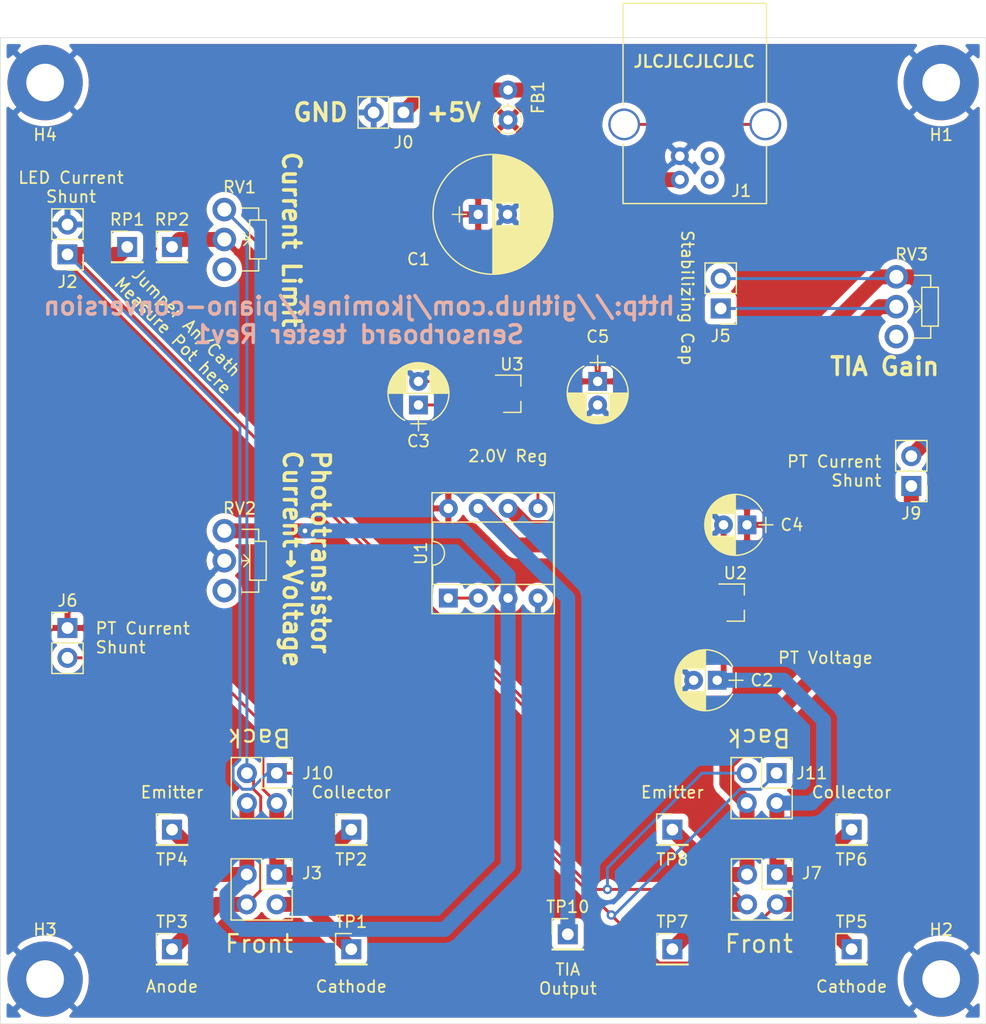
<source format=kicad_pcb>
(kicad_pcb (version 20171130) (host pcbnew "(5.1.7)-1")
  (layers (0 F.Cu signal) (31 B.Cu signal) (34 B.Paste user) (35 F.Paste user) (36 B.SilkS user) (37 F.SilkS user) (38 B.Mask user) (39 F.Mask user) (44 Edge.Cuts user))
  (net 0 "")
  (net 1 GND)
  (net 2 +5V)
  (net 3 /Anode)
  (net 4 /Cathode)
  (net 5 "Net-(FB1-Pad2)")
  (net 6 "Net-(J1-Pad5)")
  (net 7 /Simple/Collector)
  (net 8 /Transimpedance/OP_OUT)
  (net 9 /Transimpedance/OP-)
  (net 10 /Transimpedance/OP+)
  (net 11 /Transimpedance/Emitter)
  (net 12 /Simple/OP+)
  (net 13 /Simple/OP-)
  (net 14 +3V3)
  (module Pin_Headers:Pin_Header_Straight_2x02_Pitch2.54mm (layer F.Cu) (at 113 109.5 270)
    (fp_text reference J11 (at 0 -3 180) (layer F.SilkS))
    (fp_text value Sensor)
    (pad 4 thru_hole oval (at 2.54 2.54 270) (size 1.7 1.7) (drill 1) (layers *.Cu *.Mask) (net 11 /Transimpedance/Emitter))
    (pad 3 thru_hole oval (at 0 2.54 270) (size 1.7 1.7) (drill 1) (layers *.Cu *.Mask) (net 3 /Anode))
    (pad 2 thru_hole oval (at 2.54 0 270) (size 1.7 1.7) (drill 1) (layers *.Cu *.Mask) (net 14 +3V3))
    (pad 1 thru_hole rect (at 0 0 270) (size 1.7 1.7) (drill 1) (layers *.Cu *.Mask) (net 4 /Cathode))
  )
  (module Potentiometers:Potentiometer_WirePads_Small (layer F.Cu) (at 66.04 88.9)
    (fp_text reference RV2 (at 1.3 -1.9) (layer F.SilkS))
    (fp_text value R_POT)
    (pad 1 thru_hole circle (at 0 0) (size 2 2) (drill 1.2) (layers *.Cu *.Mask) (net 12 /Simple/OP+))
    (pad 3 thru_hole circle (at 0 5.08) (size 2 2) (drill 1.2) (layers *.Cu *.Mask))
    (pad 2 thru_hole circle (at 0 2.54) (size 2 2) (drill 1.2) (layers *.Cu *.Mask) (net 1 GND))
  )
  (module Potentiometers:Potentiometer_WirePads_Small (layer F.Cu) (at 123.19 67.31)
    (fp_text reference RV3 (at 1.3 -1.9) (layer F.SilkS))
    (fp_text value R_POT)
    (pad 1 thru_hole circle (at 0 0) (size 2 2) (drill 1.2) (layers *.Cu *.Mask) (net 9 /Transimpedance/OP-))
    (pad 3 thru_hole circle (at 0 5.08) (size 2 2) (drill 1.2) (layers *.Cu *.Mask))
    (pad 2 thru_hole circle (at 0 2.54) (size 2 2) (drill 1.2) (layers *.Cu *.Mask) (net 8 /Transimpedance/OP_OUT))
  )
  (module Pin_Headers:Pin_Header_Straight_1x01_Pitch2.54mm (layer F.Cu) (at 76.835 124.46)
    (fp_text reference TP1 (at 0 -2.33) (layer F.SilkS))
    (fp_text value TestPoint_Probe)
    (pad 1 thru_hole rect (at 0 0) (size 1.7 1.7) (drill 1) (layers *.Cu *.Mask) (net 4 /Cathode))
  )
  (module Pin_Headers:Pin_Header_Straight_1x01_Pitch2.54mm (layer F.Cu) (at 76.835 114.3)
    (fp_text reference TP2 (at 0 2.54) (layer F.SilkS))
    (fp_text value TestPoint_Probe)
    (pad 1 thru_hole rect (at 0 0) (size 1.7 1.7) (drill 1) (layers *.Cu *.Mask) (net 7 /Simple/Collector))
  )
  (module Pin_Headers:Pin_Header_Straight_1x02_Pitch2.54mm (layer F.Cu) (at 52.705 97.155)
    (fp_text reference J6 (at 0 -2.33) (layer F.SilkS))
    (fp_text value PTCurrentShunt)
    (pad 1 thru_hole rect (at 0 0) (size 1.7 1.7) (drill 1) (layers *.Cu *.Mask) (net 2 +5V))
    (pad 2 thru_hole oval (at 0 2.54) (size 1.7 1.7) (drill 1) (layers *.Cu *.Mask) (net 7 /Simple/Collector))
  )
  (module Pin_Headers:Pin_Header_Straight_1x01_Pitch2.54mm (layer F.Cu) (at 61.595 124.46)
    (fp_text reference TP3 (at 0 -2.33) (layer F.SilkS))
    (fp_text value TestPoint_Probe)
    (pad 1 thru_hole rect (at 0 0) (size 1.7 1.7) (drill 1) (layers *.Cu *.Mask) (net 3 /Anode))
  )
  (module Pin_Headers:Pin_Header_Straight_1x01_Pitch2.54mm (layer F.Cu) (at 61.595 114.3)
    (fp_text reference TP4 (at 0 2.54) (layer F.SilkS))
    (fp_text value TestPoint_Probe)
    (pad 1 thru_hole rect (at 0 0) (size 1.7 1.7) (drill 1) (layers *.Cu *.Mask) (net 12 /Simple/OP+))
  )
  (module Housings_DIP:DIP-8_W7.62mm_Socket (layer F.Cu) (at 85.09 94.615 90)
    (fp_text reference U1 (at 3.81 -2.33 90) (layer F.SilkS))
    (fp_text value Opamp_Dual_Generic)
    (pad 8 thru_hole oval (at 7.62 0 90) (size 1.6 1.6) (drill 0.8) (layers *.Cu *.Mask) (net 2 +5V))
    (pad 4 thru_hole oval (at 0 7.62 90) (size 1.6 1.6) (drill 0.8) (layers *.Cu *.Mask) (net 1 GND))
    (pad 7 thru_hole oval (at 7.62 2.54 90) (size 1.6 1.6) (drill 0.8) (layers *.Cu *.Mask) (net 8 /Transimpedance/OP_OUT))
    (pad 3 thru_hole oval (at 0 5.08 90) (size 1.6 1.6) (drill 0.8) (layers *.Cu *.Mask) (net 12 /Simple/OP+))
    (pad 6 thru_hole oval (at 7.62 5.08 90) (size 1.6 1.6) (drill 0.8) (layers *.Cu *.Mask) (net 9 /Transimpedance/OP-))
    (pad 2 thru_hole oval (at 0 2.54 90) (size 1.6 1.6) (drill 0.8) (layers *.Cu *.Mask) (net 13 /Simple/OP-))
    (pad 5 thru_hole oval (at 7.62 7.62 90) (size 1.6 1.6) (drill 0.8) (layers *.Cu *.Mask) (net 10 /Transimpedance/OP+))
    (pad 1 thru_hole rect (at 0 0 90) (size 1.6 1.6) (drill 0.8) (layers *.Cu *.Mask) (net 13 /Simple/OP-))
  )
  (module Inductors_THT:L_Axial_L5.3mm_D2.2mm_P2.54mm_Vertical_Vishay_IM-1 (layer F.Cu) (at 90.17 53.975 90)
    (fp_text reference FB1 (at 1.905 2.54 90) (layer F.SilkS))
    (fp_text value Ferrite_Bead_Small)
    (pad 2 thru_hole oval (at 2.54 0 90) (size 1.6 1.6) (drill 0.8) (layers *.Cu *.Mask) (net 5 "Net-(FB1-Pad2)"))
    (pad 1 thru_hole circle (at 0 0 90) (size 1.6 1.6) (drill 0.8) (layers *.Cu *.Mask) (net 2 +5V))
  )
  (module Pin_Headers:Pin_Header_Straight_2x02_Pitch2.54mm (layer F.Cu) (at 70.485 118.11 270)
    (fp_text reference J3 (at -0.11 -3.015 180) (layer F.SilkS))
    (fp_text value Sensor)
    (pad 4 thru_hole oval (at 2.54 2.54 270) (size 1.7 1.7) (drill 1) (layers *.Cu *.Mask) (net 3 /Anode))
    (pad 3 thru_hole oval (at 0 2.54 270) (size 1.7 1.7) (drill 1) (layers *.Cu *.Mask) (net 12 /Simple/OP+))
    (pad 2 thru_hole oval (at 2.54 0 270) (size 1.7 1.7) (drill 1) (layers *.Cu *.Mask) (net 4 /Cathode))
    (pad 1 thru_hole rect (at 0 0 270) (size 1.7 1.7) (drill 1) (layers *.Cu *.Mask) (net 7 /Simple/Collector))
  )
  (module Capacitors_THT:CP_Radial_D10.0mm_P2.50mm (layer F.Cu) (at 87.63 62)
    (fp_text reference C1 (at -5.08 3.81) (layer F.SilkS))
    (fp_text value C_Small)
    (pad 2 thru_hole circle (at 2.5 0) (size 1.6 1.6) (drill 0.8) (layers *.Cu *.Mask) (net 1 GND))
    (pad 1 thru_hole rect (at 0 0) (size 1.6 1.6) (drill 0.8) (layers *.Cu *.Mask) (net 2 +5V))
  )
  (module Mounting_Holes:MountingHole_3.2mm_M3_Pad (layer F.Cu) (at 127 50.8)
    (fp_text reference H1 (at 0 4.445) (layer F.SilkS))
    (fp_text value MountingHole_Pad)
    (pad 1 thru_hole circle (at 0 0) (size 6.4 6.4) (drill 3.2) (layers *.Cu *.Mask) (net 1 GND))
  )
  (module Mounting_Holes:MountingHole_3.2mm_M3_Pad (layer F.Cu) (at 127 127)
    (fp_text reference H2 (at 0 -4.2) (layer F.SilkS))
    (fp_text value MountingHole_Pad)
    (pad 1 thru_hole circle (at 0 0) (size 6.4 6.4) (drill 3.2) (layers *.Cu *.Mask) (net 1 GND))
  )
  (module Mounting_Holes:MountingHole_3.2mm_M3_Pad (layer F.Cu) (at 50.8 127)
    (fp_text reference H3 (at 0 -4.2) (layer F.SilkS))
    (fp_text value MountingHole_Pad)
    (pad 1 thru_hole circle (at 0 0) (size 6.4 6.4) (drill 3.2) (layers *.Cu *.Mask) (net 1 GND))
  )
  (module Mounting_Holes:MountingHole_3.2mm_M3_Pad (layer F.Cu) (at 50.8 50.8)
    (fp_text reference H4 (at 0 4.445) (layer F.SilkS))
    (fp_text value MountingHole_Pad)
    (pad 1 thru_hole circle (at 0 0) (size 6.4 6.4) (drill 3.2) (layers *.Cu *.Mask) (net 1 GND))
  )
  (module Pin_Headers:Pin_Header_Straight_1x02_Pitch2.54mm (layer F.Cu) (at 81.28 53.34 270)
    (fp_text reference J0 (at 2.54 0 180) (layer F.SilkS))
    (fp_text value Power)
    (pad 2 thru_hole oval (at 0 2.54 270) (size 1.7 1.7) (drill 1) (layers *.Cu *.Mask) (net 1 GND))
    (pad 1 thru_hole rect (at 0 0 270) (size 1.7 1.7) (drill 1) (layers *.Cu *.Mask) (net 5 "Net-(FB1-Pad2)"))
  )
  (module Connectors:USB_B (layer F.Cu) (at 104.775 59.055 90)
    (fp_text reference J1 (at -0.945 5.225) (layer F.SilkS))
    (fp_text value USB_B)
    (pad 5 thru_hole circle (at 4.7 -4.73) (size 2.7 2.7) (drill 2.3) (layers *.Cu *.Mask) (net 6 "Net-(J1-Pad5)"))
    (pad 5 thru_hole circle (at 4.7 7.27) (size 2.7 2.7) (drill 2.3) (layers *.Cu *.Mask) (net 6 "Net-(J1-Pad5)"))
    (pad 3 thru_hole circle (at 2 2.54) (size 1.52 1.52) (drill 0.81) (layers *.Cu *.Mask))
    (pad 4 thru_hole circle (at 2 0) (size 1.52 1.52) (drill 0.81) (layers *.Cu *.Mask) (net 1 GND))
    (pad 1 thru_hole circle (at 0 0) (size 1.52 1.52) (drill 0.81) (layers *.Cu *.Mask) (net 5 "Net-(FB1-Pad2)"))
    (pad 2 thru_hole circle (at 0 2.54) (size 1.52 1.52) (drill 0.81) (layers *.Cu *.Mask))
  )
  (module Pin_Headers:Pin_Header_Straight_2x02_Pitch2.54mm (layer F.Cu) (at 113.03 118.11 270)
    (fp_text reference J7 (at -0.11 -2.97 180) (layer F.SilkS))
    (fp_text value Sensor)
    (pad 4 thru_hole oval (at 2.54 2.54 270) (size 1.7 1.7) (drill 1) (layers *.Cu *.Mask) (net 3 /Anode))
    (pad 3 thru_hole oval (at 0 2.54 270) (size 1.7 1.7) (drill 1) (layers *.Cu *.Mask) (net 11 /Transimpedance/Emitter))
    (pad 2 thru_hole oval (at 2.54 0 270) (size 1.7 1.7) (drill 1) (layers *.Cu *.Mask) (net 4 /Cathode))
    (pad 1 thru_hole rect (at 0 0 270) (size 1.7 1.7) (drill 1) (layers *.Cu *.Mask) (net 14 +3V3))
  )
  (module Pin_Headers:Pin_Header_Straight_1x01_Pitch2.54mm (layer F.Cu) (at 119.38 124.46)
    (fp_text reference TP5 (at 0 -2.33) (layer F.SilkS))
    (fp_text value TestPoint_Probe)
    (pad 1 thru_hole rect (at 0 0) (size 1.7 1.7) (drill 1) (layers *.Cu *.Mask) (net 4 /Cathode))
  )
  (module Pin_Headers:Pin_Header_Straight_1x01_Pitch2.54mm (layer F.Cu) (at 119.38 114.3)
    (fp_text reference TP6 (at 0 2.54) (layer F.SilkS))
    (fp_text value TestPoint_Probe)
    (pad 1 thru_hole rect (at 0 0) (size 1.7 1.7) (drill 1) (layers *.Cu *.Mask) (net 14 +3V3))
  )
  (module Pin_Headers:Pin_Header_Straight_1x01_Pitch2.54mm (layer F.Cu) (at 104.14 124.46)
    (fp_text reference TP7 (at 0 -2.33) (layer F.SilkS))
    (fp_text value TestPoint_Probe)
    (pad 1 thru_hole rect (at 0 0) (size 1.7 1.7) (drill 1) (layers *.Cu *.Mask) (net 3 /Anode))
  )
  (module Pin_Headers:Pin_Header_Straight_1x01_Pitch2.54mm (layer F.Cu) (at 104.14 114.3)
    (fp_text reference TP8 (at 0 2.54) (layer F.SilkS))
    (fp_text value TestPoint_Probe)
    (pad 1 thru_hole rect (at 0 0) (size 1.7 1.7) (drill 1) (layers *.Cu *.Mask) (net 11 /Transimpedance/Emitter))
  )
  (module Pin_Headers:Pin_Header_Straight_1x02_Pitch2.54mm (layer F.Cu) (at 52.705 65.405 180)
    (fp_text reference J2 (at 0 -2.33) (layer F.SilkS))
    (fp_text value LEDCurrentShunt)
    (pad 2 thru_hole oval (at 0 2.54 180) (size 1.7 1.7) (drill 1) (layers *.Cu *.Mask) (net 1 GND))
    (pad 1 thru_hole rect (at 0 0 180) (size 1.7 1.7) (drill 1) (layers *.Cu *.Mask) (net 4 /Cathode))
  )
  (module Pin_Headers:Pin_Header_Straight_1x02_Pitch2.54mm (layer F.Cu) (at 124.46 85.09 180)
    (fp_text reference J9 (at 0 -2.33) (layer F.SilkS))
    (fp_text value PTCurrentShunt)
    (pad 1 thru_hole rect (at 0 0 180) (size 1.7 1.7) (drill 1) (layers *.Cu *.Mask) (net 11 /Transimpedance/Emitter))
    (pad 2 thru_hole oval (at 0 2.54 180) (size 1.7 1.7) (drill 1) (layers *.Cu *.Mask) (net 9 /Transimpedance/OP-))
  )
  (module Potentiometers:Potentiometer_WirePads_Small (layer F.Cu) (at 66.04 61.595)
    (fp_text reference RV1 (at 1.3 -1.9) (layer F.SilkS))
    (fp_text value R_POT)
    (pad 2 thru_hole circle (at 0 2.54) (size 2 2) (drill 1.2) (layers *.Cu *.Mask) (net 2 +5V))
    (pad 3 thru_hole circle (at 0 5.08) (size 2 2) (drill 1.2) (layers *.Cu *.Mask))
    (pad 1 thru_hole circle (at 0 0) (size 2 2) (drill 1.2) (layers *.Cu *.Mask) (net 3 /Anode))
  )
  (module Pin_Headers:Pin_Header_Straight_1x01_Pitch2.54mm (layer F.Cu) (at 57.785 64.77)
    (fp_text reference RP1 (at 0 -2.33) (layer F.SilkS))
    (fp_text value TestPoint_Probe)
    (pad 1 thru_hole rect (at 0 0) (size 1.7 1.7) (drill 1) (layers *.Cu *.Mask) (net 4 /Cathode))
  )
  (module Pin_Headers:Pin_Header_Straight_1x01_Pitch2.54mm (layer F.Cu) (at 61.595 64.77)
    (fp_text reference RP2 (at 0 -2.33) (layer F.SilkS))
    (fp_text value TestPoint_Probe)
    (pad 1 thru_hole rect (at 0 0) (size 1.7 1.7) (drill 1) (layers *.Cu *.Mask) (net 2 +5V))
  )
  (module Pin_Headers:Pin_Header_Straight_1x01_Pitch2.54mm (layer F.Cu) (at 95.25 123.19)
    (fp_text reference TP10 (at 0 -2.33) (layer F.SilkS))
    (fp_text value TestPoint_Probe)
    (pad 1 thru_hole rect (at 0 0) (size 1.7 1.7) (drill 1) (layers *.Cu *.Mask) (net 8 /Transimpedance/OP_OUT))
  )
  (module Capacitors_THT:CP_Radial_D5.0mm_P2.00mm (layer F.Cu) (at 107.95 101.6 180)
    (fp_text reference C2 (at -3.81 0) (layer F.SilkS))
    (fp_text value 10uF)
    (pad 1 thru_hole rect (at 0 0 180) (size 1.6 1.6) (drill 0.8) (layers *.Cu *.Mask) (net 14 +3V3))
    (pad 2 thru_hole circle (at 2 0 180) (size 1.6 1.6) (drill 0.8) (layers *.Cu *.Mask) (net 1 GND))
  )
  (module Capacitors_THT:CP_Radial_D5.0mm_P2.00mm (layer F.Cu) (at 82.55 78.2 90)
    (fp_text reference C3 (at -3.08 0 180) (layer F.SilkS))
    (fp_text value 1uF)
    (pad 1 thru_hole rect (at 0 0 90) (size 1.6 1.6) (drill 0.8) (layers *.Cu *.Mask) (net 10 /Transimpedance/OP+))
    (pad 2 thru_hole circle (at 2 0 90) (size 1.6 1.6) (drill 0.8) (layers *.Cu *.Mask) (net 1 GND))
  )
  (module Capacitors_THT:CP_Radial_D5.0mm_P2.00mm (layer F.Cu) (at 110.49 88.392 180)
    (fp_text reference C4 (at -3.81 0) (layer F.SilkS))
    (fp_text value 10uF)
    (pad 2 thru_hole circle (at 2 0 180) (size 1.6 1.6) (drill 0.8) (layers *.Cu *.Mask) (net 1 GND))
    (pad 1 thru_hole rect (at 0 0 180) (size 1.6 1.6) (drill 0.8) (layers *.Cu *.Mask) (net 2 +5V))
  )
  (module Capacitors_THT:CP_Radial_D5.0mm_P2.00mm (layer F.Cu) (at 97.79 76.2 270)
    (fp_text reference C5 (at -3.81 0 180) (layer F.SilkS))
    (fp_text value 1uF)
    (pad 2 thru_hole circle (at 2 0 270) (size 1.6 1.6) (drill 0.8) (layers *.Cu *.Mask) (net 1 GND))
    (pad 1 thru_hole rect (at 0 0 270) (size 1.6 1.6) (drill 0.8) (layers *.Cu *.Mask) (net 2 +5V))
  )
  (module Pin_Headers:Pin_Header_Straight_1x02_Pitch2.54mm (layer F.Cu) (at 108.25 70 180)
    (fp_text reference J5 (at 0 -2.33) (layer F.SilkS))
    (fp_text value StabilizingCap)
    (pad 2 thru_hole oval (at 0 2.54 180) (size 1.7 1.7) (drill 1) (layers *.Cu *.Mask) (net 9 /Transimpedance/OP-))
    (pad 1 thru_hole rect (at 0 0 180) (size 1.7 1.7) (drill 1) (layers *.Cu *.Mask) (net 8 /Transimpedance/OP_OUT))
  )
  (module Pin_Headers:Pin_Header_Straight_2x02_Pitch2.54mm (layer F.Cu) (at 70.5 109.5 270)
    (fp_text reference J10 (at 0 -3.5 180) (layer F.SilkS))
    (fp_text value MirrorSensor)
    (pad 1 thru_hole rect (at 0 0 270) (size 1.7 1.7) (drill 1) (layers *.Cu *.Mask) (net 4 /Cathode))
    (pad 2 thru_hole oval (at 2.54 0 270) (size 1.7 1.7) (drill 1) (layers *.Cu *.Mask) (net 7 /Simple/Collector))
    (pad 3 thru_hole oval (at 0 2.54 270) (size 1.7 1.7) (drill 1) (layers *.Cu *.Mask) (net 3 /Anode))
    (pad 4 thru_hole oval (at 2.54 2.54 270) (size 1.7 1.7) (drill 1) (layers *.Cu *.Mask) (net 12 /Simple/OP+))
  )
  (module TO_SOT_Packages_SMD:SOT-23 (layer F.Cu) (at 109.5 95)
    (fp_text reference U2 (at 0 -2.5) (layer F.SilkS))
    (fp_text value AP2120N-3.3TRG1)
    (pad 1 smd rect (at -1 -0.95) (size 0.9 0.8) (layers F.Cu F.Paste F.Mask) (net 1 GND))
    (pad 2 smd rect (at -1 0.95) (size 0.9 0.8) (layers F.Cu F.Paste F.Mask) (net 14 +3V3))
    (pad 3 smd rect (at 1 0) (size 0.9 0.8) (layers F.Cu F.Paste F.Mask) (net 2 +5V))
  )
  (module TO_SOT_Packages_SMD:SOT-23 (layer F.Cu) (at 90.5 77.25)
    (fp_text reference U3 (at 0 -2.5) (layer F.SilkS))
    (fp_text value MCP1700T-2002E/TT)
    (pad 3 smd rect (at 1 0) (size 0.9 0.8) (layers F.Cu F.Paste F.Mask) (net 2 +5V))
    (pad 2 smd rect (at -1 0.95) (size 0.9 0.8) (layers F.Cu F.Paste F.Mask) (net 10 /Transimpedance/OP+))
    (pad 1 smd rect (at -1 -0.95) (size 0.9 0.8) (layers F.Cu F.Paste F.Mask) (net 1 GND))
  )
  (gr_text JLCJLCJLCJLC (at 106 49) (layer F.SilkS) (effects (font (size 1 1) (thickness 0.2))))
  (gr_text "http://github.com/jkominek/piano-conversion\nSensorboard tester Rev1" (at 77.5 71) (layer B.SilkS) (effects (font (size 1.5 1.5) (thickness 0.3)) (justify mirror)))
  (gr_text Back (at 111.5 106.5 180) (layer F.SilkS) (effects (font (size 1.5 1.5) (thickness 0.2))))
  (gr_text Back (at 69 106.5 180) (layer F.SilkS) (effects (font (size 1.5 1.5) (thickness 0.2))))
  (gr_text Front (at 111.5 124) (layer F.SilkS) (effects (font (size 1.5 1.5) (thickness 0.2))))
  (gr_text Front (at 69 124) (layer F.SilkS) (effects (font (size 1.5 1.5) (thickness 0.2))))
  (gr_text "Stabilizing Cap" (at 105.41 74.93 270) (layer F.SilkS) (effects (font (size 1 1)) (justify right)))
  (gr_text "TIA\nOutput" (at 95.25 127) (layer F.SilkS) (effects (font (size 1 1))))
  (gr_text "Jumper An/Cath\nMeasure Pot here" (at 62.23 71.755 315) (layer F.SilkS) (effects (font (size 1 1))))
  (gr_text Collector (at 119.38 111.125) (layer F.SilkS) (effects (font (size 1 1))))
  (gr_text Collector (at 76.835 111.125) (layer F.SilkS) (effects (font (size 1 1))))
  (gr_text Emitter (at 104.14 111.125) (layer F.SilkS) (effects (font (size 1 1))))
  (gr_text Emitter (at 61.595 111.125) (layer F.SilkS) (effects (font (size 1 1))))
  (gr_text Anode (at 61.595 127.635) (layer F.SilkS) (effects (font (size 1 1))))
  (gr_text Cathode (at 119.38 127.635) (layer F.SilkS) (effects (font (size 1 1))))
  (gr_text Cathode (at 76.835 127.635) (layer F.SilkS) (effects (font (size 1 1))))
  (gr_text "LED Current\nShunt" (at 53 59.69) (layer F.SilkS) (effects (font (size 1 1))))
  (gr_text "PT Current\nShunt" (at 55 98) (layer F.SilkS) (effects (font (size 1 1)) (justify left)))
  (gr_text "PT Current\nShunt" (at 122 83.82) (layer F.SilkS) (effects (font (size 1 1)) (justify right)))
  (gr_text "PT Voltage" (at 121.285 99.695) (layer F.SilkS) (effects (font (size 1 1)) (justify right)))
  (gr_text "2.0V Reg" (at 90.17 82.55) (layer F.SilkS) (effects (font (size 1 1))))
  (gr_text "TIA Gain" (at 127 74.93) (layer F.SilkS) (effects (font (size 1.5 1.5) (thickness 0.3)) (justify right)))
  (gr_text "Phototransistor\nCurrent→Voltage" (at 73.025 81.915 270) (layer F.SilkS) (effects (font (size 1.5 1.5) (thickness 0.3)) (justify left)))
  (gr_text "Current Limit" (at 71.755 56.515 270) (layer F.SilkS) (effects (font (size 1.5 1.5) (thickness 0.3)) (justify left)))
  (gr_text GND (at 76.708 53.34) (layer F.SilkS) (effects (font (size 1.5 1.5) (thickness 0.3)) (justify right)))
  (gr_text +5V (at 83.058 53.34) (layer F.SilkS) (effects (font (size 1.5 1.5) (thickness 0.3)) (justify left)))
  (gr_line (start 46.99 130.81) (end 46.99 46.99) (layer Edge.Cuts) (width 0.05))
  (gr_line (start 130.81 130.81) (end 46.99 130.81) (layer Edge.Cuts) (width 0.05))
  (gr_line (start 130.81 46.99) (end 130.81 130.81) (layer Edge.Cuts) (width 0.05))
  (gr_line (start 46.99 46.99) (end 130.81 46.99) (layer Edge.Cuts) (width 0.05))
  (segment (start 89.4 76.2) (end 89.5 76.3) (width 0.25) (layer F.Cu) (net 1))
  (segment (start 82.55 76.2) (end 89.4 76.2) (width 0.25) (layer F.Cu) (net 1))
  (segment (start 108.5 88.402) (end 108.49 88.392) (width 0.25) (layer F.Cu) (net 1))
  (segment (start 108.5 94.05) (end 108.5 88.402) (width 0.5) (layer F.Cu) (net 1))
  (segment (start 62.23 64.135) (end 61.595 64.77) (width 1.27) (layer F.Cu) (net 2))
  (segment (start 66.04 64.135) (end 62.23 64.135) (width 1.27) (layer F.Cu) (net 2))
  (segment (start 65.405 120.65) (end 61.595 124.46) (width 1.27) (layer F.Cu) (net 3))
  (segment (start 67.945 120.65) (end 65.405 120.65) (width 1.27) (layer F.Cu) (net 3))
  (segment (start 107.95 120.65) (end 104.14 124.46) (width 1.27) (layer F.Cu) (net 3))
  (segment (start 110.49 120.65) (end 107.95 120.65) (width 1.27) (layer F.Cu) (net 3))
  (segment (start 66.04 61.595) (end 71.374 66.929) (width 0.25) (layer F.Cu) (net 3))
  (segment (start 71.374 83.084002) (end 92.52501 104.235012) (width 0.25) (layer F.Cu) (net 3))
  (segment (start 71.374 66.929) (end 71.374 83.084002) (width 0.25) (layer F.Cu) (net 3))
  (segment (start 92.52501 104.235012) (end 92.52501 114.493602) (width 0.25) (layer F.Cu) (net 3))
  (segment (start 92.52501 114.493602) (end 97.411408 119.38) (width 0.25) (layer F.Cu) (net 3))
  (segment (start 109.22 119.38) (end 110.49 120.65) (width 0.25) (layer F.Cu) (net 3))
  (segment (start 97.411408 119.38) (end 98.62 119.38) (width 0.25) (layer F.Cu) (net 3))
  (segment (start 98.62 119.38) (end 109.22 119.38) (width 0.25) (layer F.Cu) (net 3))
  (via (at 98.62 119.38) (size 0.8) (drill 0.4) (layers F.Cu B.Cu) (net 3))
  (segment (start 98.62 117.534998) (end 98.62 119.38) (width 0.25) (layer B.Cu) (net 3))
  (segment (start 106.654998 109.5) (end 98.62 117.534998) (width 0.25) (layer B.Cu) (net 3))
  (segment (start 110.46 109.5) (end 106.654998 109.5) (width 0.25) (layer B.Cu) (net 3))
  (segment (start 69.135001 119.459999) (end 67.945 120.65) (width 0.25) (layer F.Cu) (net 3))
  (segment (start 67.96 63.515) (end 66.04 61.595) (width 0.25) (layer B.Cu) (net 3))
  (segment (start 67.96 109.5) (end 67.96 63.515) (width 0.25) (layer B.Cu) (net 3))
  (segment (start 69.135001 111.475999) (end 68.524001 110.864999) (width 0.25) (layer F.Cu) (net 3))
  (segment (start 69.135001 119.459999) (end 69.135001 111.475999) (width 0.25) (layer F.Cu) (net 3))
  (segment (start 68.524001 110.064001) (end 67.96 109.5) (width 0.25) (layer F.Cu) (net 3))
  (segment (start 68.524001 110.864999) (end 68.524001 110.064001) (width 0.25) (layer F.Cu) (net 3))
  (segment (start 57.15 65.405) (end 57.785 64.77) (width 1.27) (layer F.Cu) (net 4))
  (segment (start 52.705 65.405) (end 57.15 65.405) (width 1.27) (layer F.Cu) (net 4))
  (segment (start 73.025 120.65) (end 76.835 124.46) (width 1.27) (layer F.Cu) (net 4))
  (segment (start 70.485 120.65) (end 73.025 120.65) (width 1.27) (layer F.Cu) (net 4))
  (segment (start 115.57 120.65) (end 119.38 124.46) (width 1.27) (layer F.Cu) (net 4))
  (segment (start 113.03 120.65) (end 115.57 120.65) (width 1.27) (layer F.Cu) (net 4))
  (segment (start 103.029999 125.635001) (end 98.947499 121.552501) (width 0.25) (layer F.Cu) (net 4))
  (segment (start 108.044999 125.635001) (end 103.029999 125.635001) (width 0.25) (layer F.Cu) (net 4))
  (segment (start 113.03 120.65) (end 108.044999 125.635001) (width 0.25) (layer F.Cu) (net 4))
  (segment (start 53.058588 65.405) (end 52.705 65.405) (width 0.25) (layer F.Cu) (net 4))
  (segment (start 92.075 104.421412) (end 53.058588 65.405) (width 0.25) (layer F.Cu) (net 4))
  (segment (start 92.075 114.680002) (end 92.075 104.421412) (width 0.25) (layer F.Cu) (net 4))
  (segment (start 98.947499 121.552501) (end 92.075 114.680002) (width 0.25) (layer F.Cu) (net 4))
  (via (at 98.947499 121.552501) (size 0.8) (drill 0.4) (layers F.Cu B.Cu) (net 4))
  (segment (start 109.895999 110.864999) (end 99.208497 121.552501) (width 0.25) (layer B.Cu) (net 4))
  (segment (start 111.635001 110.864999) (end 109.895999 110.864999) (width 0.25) (layer B.Cu) (net 4))
  (segment (start 99.208497 121.552501) (end 98.947499 121.552501) (width 0.25) (layer B.Cu) (net 4))
  (segment (start 113 109.5) (end 111.635001 110.864999) (width 0.25) (layer B.Cu) (net 4))
  (segment (start 67.585997 110.864999) (end 66.784999 110.064001) (width 0.25) (layer B.Cu) (net 4))
  (segment (start 68.334003 110.864999) (end 67.585997 110.864999) (width 0.25) (layer B.Cu) (net 4))
  (segment (start 69.699002 109.5) (end 68.334003 110.864999) (width 0.25) (layer B.Cu) (net 4))
  (segment (start 70.5 109.5) (end 69.699002 109.5) (width 0.25) (layer B.Cu) (net 4))
  (segment (start 67.365001 80.065001) (end 52.705 65.405) (width 0.25) (layer B.Cu) (net 4))
  (segment (start 67.365001 108.355997) (end 67.365001 80.065001) (width 0.25) (layer B.Cu) (net 4))
  (segment (start 66.784999 108.935999) (end 67.365001 108.355997) (width 0.25) (layer B.Cu) (net 4))
  (segment (start 66.784999 110.064001) (end 66.784999 108.935999) (width 0.25) (layer B.Cu) (net 4))
  (segment (start 76.35 120.65) (end 73.025 120.65) (width 0.25) (layer F.Cu) (net 4))
  (segment (start 81 116) (end 76.35 120.65) (width 0.25) (layer F.Cu) (net 4))
  (segment (start 81 111) (end 81 116) (width 0.25) (layer F.Cu) (net 4))
  (segment (start 79.5 109.5) (end 81 111) (width 0.25) (layer F.Cu) (net 4))
  (segment (start 70.5 109.5) (end 79.5 109.5) (width 0.25) (layer F.Cu) (net 4))
  (segment (start 83.185 51.435) (end 81.28 53.34) (width 1.27) (layer F.Cu) (net 5))
  (segment (start 90.17 51.435) (end 83.185 51.435) (width 1.27) (layer F.Cu) (net 5))
  (segment (start 104.775 59.055) (end 100.965 59.055) (width 1.27) (layer F.Cu) (net 5))
  (segment (start 93.345 51.435) (end 90.17 51.435) (width 1.27) (layer F.Cu) (net 5))
  (segment (start 100.965 59.055) (end 93.345 51.435) (width 1.27) (layer F.Cu) (net 5))
  (segment (start 112.045 54.355) (end 100.045 54.355) (width 0.25) (layer F.Cu) (net 6))
  (segment (start 73.025 118.11) (end 76.835 114.3) (width 1.27) (layer F.Cu) (net 7))
  (segment (start 70.485 118.11) (end 73.025 118.11) (width 1.27) (layer F.Cu) (net 7))
  (segment (start 70.5 118.095) (end 70.485 118.11) (width 1.27) (layer F.Cu) (net 7))
  (segment (start 70.5 112.04) (end 70.5 118.095) (width 1.27) (layer F.Cu) (net 7))
  (segment (start 69.324999 105.324999) (end 63.695 99.695) (width 0.25) (layer F.Cu) (net 7))
  (segment (start 69.324999 110.864999) (end 69.324999 105.324999) (width 0.25) (layer F.Cu) (net 7))
  (segment (start 70.5 112.04) (end 69.324999 110.864999) (width 0.25) (layer F.Cu) (net 7))
  (segment (start 63.695 99.695) (end 52.705 99.695) (width 0.25) (layer F.Cu) (net 7))
  (segment (start 121.775787 69.85) (end 123.19 69.85) (width 1.27) (layer F.Cu) (net 8))
  (segment (start 101.525777 90.10001) (end 121.775787 69.85) (width 1.27) (layer F.Cu) (net 8))
  (segment (start 90.855208 90.10001) (end 101.525777 90.10001) (width 1.27) (layer F.Cu) (net 8))
  (segment (start 87.750198 86.995) (end 90.855208 90.10001) (width 1.27) (layer F.Cu) (net 8))
  (segment (start 87.63 86.995) (end 87.750198 86.995) (width 1.27) (layer F.Cu) (net 8))
  (segment (start 95.25 94.615) (end 95.25 123.19) (width 1.27) (layer B.Cu) (net 8))
  (segment (start 87.63 86.995) (end 95.25 94.615) (width 1.27) (layer B.Cu) (net 8))
  (segment (start 123.04 70) (end 123.19 69.85) (width 0.25) (layer B.Cu) (net 8))
  (segment (start 108.25 70) (end 123.04 70) (width 0.25) (layer B.Cu) (net 8))
  (segment (start 121.775787 67.31) (end 123.19 67.31) (width 1.27) (layer F.Cu) (net 9))
  (segment (start 100.455786 88.630001) (end 121.775787 67.31) (width 1.27) (layer F.Cu) (net 9))
  (segment (start 91.925199 88.630001) (end 100.455786 88.630001) (width 1.27) (layer F.Cu) (net 9))
  (segment (start 90.290198 86.995) (end 91.925199 88.630001) (width 1.27) (layer F.Cu) (net 9))
  (segment (start 90.17 86.995) (end 90.290198 86.995) (width 1.27) (layer F.Cu) (net 9))
  (segment (start 124.604213 67.31) (end 126.492 69.197787) (width 1.27) (layer F.Cu) (net 9))
  (segment (start 123.19 67.31) (end 124.604213 67.31) (width 1.27) (layer F.Cu) (net 9))
  (segment (start 126.492 80.518) (end 124.46 82.55) (width 1.27) (layer F.Cu) (net 9))
  (segment (start 126.492 69.197787) (end 126.492 80.518) (width 1.27) (layer F.Cu) (net 9))
  (segment (start 123.04 67.46) (end 123.19 67.31) (width 0.25) (layer B.Cu) (net 9))
  (segment (start 108.25 67.46) (end 123.04 67.46) (width 0.25) (layer B.Cu) (net 9))
  (segment (start 82.55 78.2) (end 89.5 78.2) (width 0.25) (layer F.Cu) (net 10))
  (segment (start 92.71 81.41) (end 89.5 78.2) (width 0.25) (layer F.Cu) (net 10))
  (segment (start 92.71 86.995) (end 92.71 81.41) (width 0.25) (layer F.Cu) (net 10))
  (segment (start 107.95 118.11) (end 104.14 114.3) (width 1.27) (layer F.Cu) (net 11))
  (segment (start 110.49 118.11) (end 107.95 118.11) (width 1.27) (layer F.Cu) (net 11))
  (segment (start 110.49 112.07) (end 110.46 112.04) (width 1.27) (layer F.Cu) (net 11))
  (segment (start 110.49 118.11) (end 110.49 112.07) (width 1.27) (layer F.Cu) (net 11))
  (segment (start 108.774999 110.354999) (end 110.46 112.04) (width 1.27) (layer F.Cu) (net 11))
  (segment (start 108.774999 108.691199) (end 108.774999 110.354999) (width 1.27) (layer F.Cu) (net 11))
  (segment (start 124.46 93.006198) (end 108.774999 108.691199) (width 1.27) (layer F.Cu) (net 11))
  (segment (start 124.46 85.09) (end 124.46 93.006198) (width 1.27) (layer F.Cu) (net 11))
  (segment (start 90.17 94.615) (end 90.17 92.71) (width 1.27) (layer B.Cu) (net 12))
  (segment (start 90.17 92.71) (end 86.36 88.9) (width 1.27) (layer B.Cu) (net 12))
  (segment (start 86.36 88.9) (end 72.898 88.9) (width 1.27) (layer B.Cu) (net 12))
  (via (at 72.898 88.9) (size 0.8) (drill 0.4) (layers F.Cu B.Cu) (net 12))
  (segment (start 66.04 88.9) (end 72.898 88.9) (width 1.27) (layer F.Cu) (net 12))
  (segment (start 65.405 118.11) (end 61.595 114.3) (width 1.27) (layer F.Cu) (net 12))
  (segment (start 67.945 118.11) (end 65.405 118.11) (width 1.27) (layer F.Cu) (net 12))
  (segment (start 67.96 118.095) (end 67.945 118.11) (width 1.27) (layer F.Cu) (net 12))
  (segment (start 67.96 112.04) (end 67.96 118.095) (width 1.27) (layer F.Cu) (net 12))
  (segment (start 90.17 117.379998) (end 84.774999 122.774999) (width 1.27) (layer B.Cu) (net 12))
  (segment (start 90.17 94.615) (end 90.17 117.379998) (width 1.27) (layer B.Cu) (net 12))
  (segment (start 66.259999 119.795001) (end 67.945 118.11) (width 1.27) (layer B.Cu) (net 12))
  (segment (start 66.259999 121.458801) (end 66.259999 119.795001) (width 1.27) (layer B.Cu) (net 12))
  (segment (start 67.576197 122.774999) (end 66.259999 121.458801) (width 1.27) (layer B.Cu) (net 12))
  (segment (start 84.774999 122.774999) (end 67.576197 122.774999) (width 1.27) (layer B.Cu) (net 12))
  (segment (start 85.09 94.615) (end 87.63 94.615) (width 0.25) (layer F.Cu) (net 13))
  (segment (start 115.57 118.11) (end 119.38 114.3) (width 1.27) (layer F.Cu) (net 14))
  (segment (start 113.03 118.11) (end 115.57 118.11) (width 1.27) (layer F.Cu) (net 14))
  (segment (start 113.03 112.07) (end 113 112.04) (width 1.27) (layer F.Cu) (net 14))
  (segment (start 113.03 118.11) (end 113.03 112.07) (width 1.27) (layer F.Cu) (net 14))
  (segment (start 108.5 101.05) (end 107.95 101.6) (width 0.25) (layer F.Cu) (net 14))
  (segment (start 108.5 95.95) (end 108.5 101.05) (width 0.5) (layer F.Cu) (net 14))
  (segment (start 113 112.04) (end 115.96 112.04) (width 1.27) (layer B.Cu) (net 14))
  (segment (start 115.96 112.04) (end 117 111) (width 1.27) (layer B.Cu) (net 14))
  (segment (start 117 111) (end 117 105) (width 1.27) (layer B.Cu) (net 14))
  (segment (start 113.6 101.6) (end 107.95 101.6) (width 1.27) (layer B.Cu) (net 14))
  (segment (start 117 105) (end 113.6 101.6) (width 1.27) (layer B.Cu) (net 14))
  (zone (net 1) (net_name GND) (layer B.Cu) (connect_pads (clearance 0.508)) (min_thickness 0.254) (fill yes (arc_segments 32) (thermal_gap 0.508) (thermal_bridge_width 0.508))
    (polygon (pts (xy 130.81 130.81) (xy 46.99 130.81) (xy 46.99 46.99) (xy 130.81 46.99)))
  )
  (zone (net 2) (net_name +5V) (layer F.Cu) (connect_pads (clearance 0.508)) (min_thickness 0.254) (fill yes (arc_segments 32) (thermal_gap 0.508) (thermal_bridge_width 0.508))
    (polygon (pts (xy 130.81 130.81) (xy 46.99 130.81) (xy 46.99 46.99) (xy 130.81 46.99)))
  )
  (zone (net 0) (net_name "") (layer F.Cu) (connect_pads (clearance 0.508)) (min_thickness 0.254)
    (keepout (tracks allowed) (vias allowed) (copperpour not_allowed))
    (fill (arc_segments 32) (thermal_gap 0.508) (thermal_bridge_width 0.508))
    (polygon (pts (xy 66.04 65.405) (xy 63.5 65.405) (xy 62.865 66.04) (xy 60.325 66.04) (xy 60.325 62.865) (xy 66.04 62.865)))
  )
)
</source>
